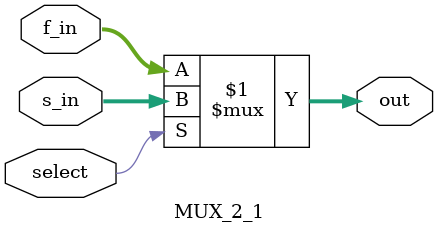
<source format=v>
module MUX_2_1
#(parameter SIZE = 8)
(
    input wire [SIZE - 1:0] f_in,
    input wire [SIZE - 1:0] s_in,
    input select,
    output wire [SIZE - 1:0] out
);
    assign out = (select) ? s_in:f_in;
endmodule
</source>
